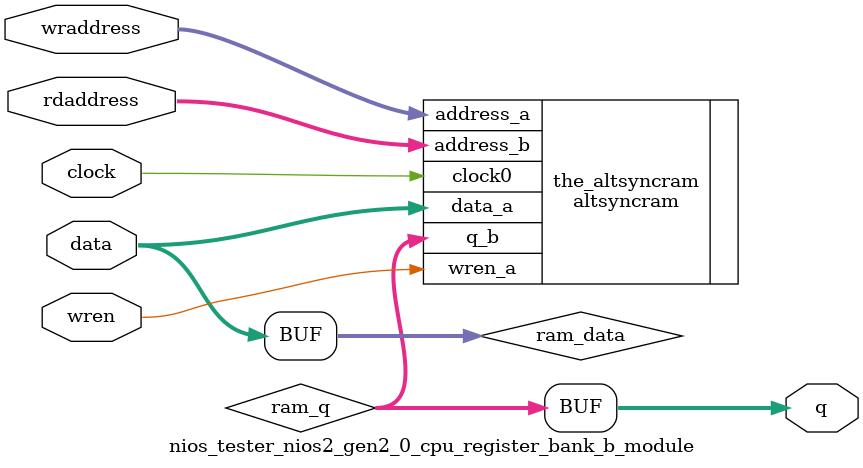
<source format=v>
module nios_tester_nios2_gen2_0_cpu_register_bank_b_module (
                                                             // inputs:
                                                              clock,
                                                              data,
                                                              rdaddress,
                                                              wraddress,
                                                              wren,
                                                             // outputs:
                                                              q
                                                           )
;
  parameter lpm_file = "UNUSED";
  output  [ 31: 0] q;
  input            clock;
  input   [ 31: 0] data;
  input   [  4: 0] rdaddress;
  input   [  4: 0] wraddress;
  input            wren;
wire    [ 31: 0] q;
wire    [ 31: 0] ram_data;
wire    [ 31: 0] ram_q;
  assign q = ram_q;
  assign ram_data = data;
  altsyncram the_altsyncram
    (
      .address_a (wraddress),
      .address_b (rdaddress),
      .clock0 (clock),
      .data_a (ram_data),
      .q_b (ram_q),
      .wren_a (wren)
    );
  defparam the_altsyncram.address_reg_b = "CLOCK0",
           the_altsyncram.init_file = lpm_file,
           the_altsyncram.maximum_depth = 0,
           the_altsyncram.numwords_a = 32,
           the_altsyncram.numwords_b = 32,
           the_altsyncram.operation_mode = "DUAL_PORT",
           the_altsyncram.outdata_reg_b = "UNREGISTERED",
           the_altsyncram.ram_block_type = "AUTO",
           the_altsyncram.rdcontrol_reg_b = "CLOCK0",
           the_altsyncram.read_during_write_mode_mixed_ports = "DONT_CARE",
           the_altsyncram.width_a = 32,
           the_altsyncram.width_b = 32,
           the_altsyncram.widthad_a = 5,
           the_altsyncram.widthad_b = 5;
endmodule
</source>
